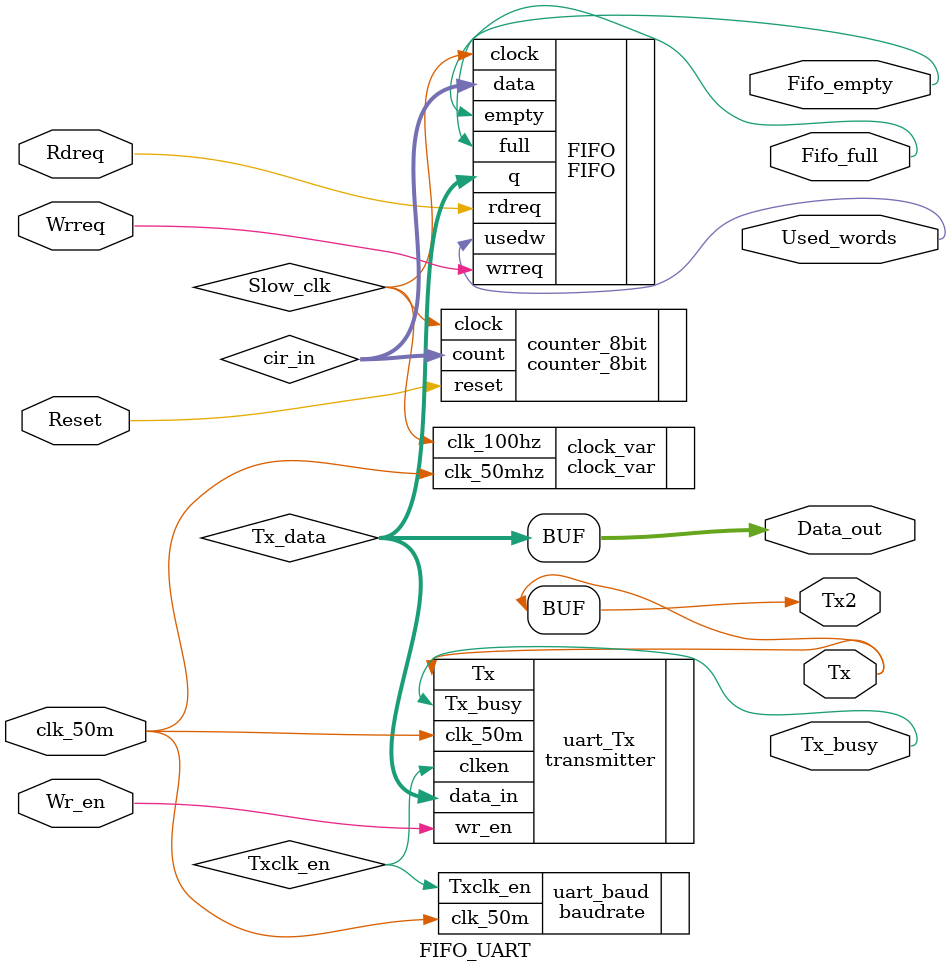
<source format=v>
module FIFO_UART(
				input wire clk_50m,
				input wire Rdreq,
				input wire Wrreq,
				input wire Reset,
				input wire Wr_en,
				output wire [7:0] Data_out,
				output wire Used_words,
				output wire Tx,
				output wire Tx_busy,
				output wire Fifo_empty,
				output wire Fifo_full,
				output wire Tx2//output data
				);	
				
assign Tx2 = Tx;
wire Txclk_en; 
wire Slow_clk;
wire [7:0] Tx_data;
wire [7:0] cir_in; //circuit data
assign Data_out = Tx_data;

baudrate uart_baud(	.clk_50m(clk_50m),
							.Txclk_en(Txclk_en)
							);
							
transmitter uart_Tx(	.data_in(Tx_data),
							.wr_en(Wr_en),
							.clk_50m(clk_50m),
							.clken(Txclk_en), //We assign Tx clock to enable clock 
							.Tx(Tx),
							.Tx_busy(Tx_busy)
							);
							
FIFO FIFO ( .clock(Slow_clk),
				.data(cir_in),
				.q(Tx_data),
				.full(Fifo_full),
				.empty(Fifo_empty),
				.rdreq(Rdreq),
				.wrreq(Wrreq),
				.usedw(Used_words)				
				);

counter_8bit counter_8bit ( .clock(Slow_clk),
									 .reset(Reset),
									 .count(cir_in)
									 );

clock_var clock_var ( .clk_50mhz(clk_50m),
						    .clk_100hz(Slow_clk)
						    );	 

endmodule
</source>
